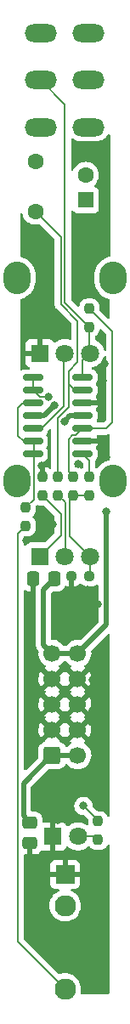
<source format=gbr>
%TF.GenerationSoftware,KiCad,Pcbnew,6.0.11+dfsg-1~bpo11+1*%
%TF.CreationDate,2023-03-01T11:09:29+08:00*%
%TF.ProjectId,MiniLFO v1.0 - Main,4d696e69-4c46-44f2-9076-312e30202d20,rev?*%
%TF.SameCoordinates,Original*%
%TF.FileFunction,Copper,L2,Bot*%
%TF.FilePolarity,Positive*%
%FSLAX46Y46*%
G04 Gerber Fmt 4.6, Leading zero omitted, Abs format (unit mm)*
G04 Created by KiCad (PCBNEW 6.0.11+dfsg-1~bpo11+1) date 2023-03-01 11:09:29*
%MOMM*%
%LPD*%
G01*
G04 APERTURE LIST*
G04 Aperture macros list*
%AMRoundRect*
0 Rectangle with rounded corners*
0 $1 Rounding radius*
0 $2 $3 $4 $5 $6 $7 $8 $9 X,Y pos of 4 corners*
0 Add a 4 corners polygon primitive as box body*
4,1,4,$2,$3,$4,$5,$6,$7,$8,$9,$2,$3,0*
0 Add four circle primitives for the rounded corners*
1,1,$1+$1,$2,$3*
1,1,$1+$1,$4,$5*
1,1,$1+$1,$6,$7*
1,1,$1+$1,$8,$9*
0 Add four rect primitives between the rounded corners*
20,1,$1+$1,$2,$3,$4,$5,0*
20,1,$1+$1,$4,$5,$6,$7,0*
20,1,$1+$1,$6,$7,$8,$9,0*
20,1,$1+$1,$8,$9,$2,$3,0*%
G04 Aperture macros list end*
%TA.AperFunction,ComponentPad*%
%ADD10O,2.720000X3.240000*%
%TD*%
%TA.AperFunction,ComponentPad*%
%ADD11R,1.800000X1.800000*%
%TD*%
%TA.AperFunction,ComponentPad*%
%ADD12C,1.800000*%
%TD*%
%TA.AperFunction,ComponentPad*%
%ADD13R,1.930000X1.830000*%
%TD*%
%TA.AperFunction,ComponentPad*%
%ADD14C,2.130000*%
%TD*%
%TA.AperFunction,ComponentPad*%
%ADD15O,3.200000X1.800000*%
%TD*%
%TA.AperFunction,SMDPad,CuDef*%
%ADD16RoundRect,0.250000X0.337500X0.475000X-0.337500X0.475000X-0.337500X-0.475000X0.337500X-0.475000X0*%
%TD*%
%TA.AperFunction,ComponentPad*%
%ADD17R,1.600000X1.600000*%
%TD*%
%TA.AperFunction,ComponentPad*%
%ADD18C,1.600000*%
%TD*%
%TA.AperFunction,SMDPad,CuDef*%
%ADD19RoundRect,0.237500X-0.237500X0.250000X-0.237500X-0.250000X0.237500X-0.250000X0.237500X0.250000X0*%
%TD*%
%TA.AperFunction,SMDPad,CuDef*%
%ADD20RoundRect,0.237500X0.237500X-0.250000X0.237500X0.250000X-0.237500X0.250000X-0.237500X-0.250000X0*%
%TD*%
%TA.AperFunction,SMDPad,CuDef*%
%ADD21RoundRect,0.150000X0.825000X0.150000X-0.825000X0.150000X-0.825000X-0.150000X0.825000X-0.150000X0*%
%TD*%
%TA.AperFunction,SMDPad,CuDef*%
%ADD22RoundRect,0.237500X-0.250000X-0.237500X0.250000X-0.237500X0.250000X0.237500X-0.250000X0.237500X0*%
%TD*%
%TA.AperFunction,SMDPad,CuDef*%
%ADD23RoundRect,0.250000X0.475000X-0.337500X0.475000X0.337500X-0.475000X0.337500X-0.475000X-0.337500X0*%
%TD*%
%TA.AperFunction,ComponentPad*%
%ADD24RoundRect,0.250000X-0.600000X-0.600000X0.600000X-0.600000X0.600000X0.600000X-0.600000X0.600000X0*%
%TD*%
%TA.AperFunction,ComponentPad*%
%ADD25C,1.700000*%
%TD*%
%TA.AperFunction,ViaPad*%
%ADD26C,0.800000*%
%TD*%
%TA.AperFunction,Conductor*%
%ADD27C,0.200000*%
%TD*%
%TA.AperFunction,Conductor*%
%ADD28C,0.500000*%
%TD*%
G04 APERTURE END LIST*
D10*
%TO.P,TIME1,*%
%TO.N,*%
X160400000Y-111000000D03*
X170000000Y-111000000D03*
D11*
%TO.P,TIME1,1,1*%
%TO.N,Net-(R1-Pad1)*%
X162700000Y-118500000D03*
D12*
%TO.P,TIME1,2,2*%
%TO.N,Net-(R2-Pad1)*%
X165200000Y-118500000D03*
%TO.P,TIME1,3,3*%
%TO.N,Net-(R4-Pad2)*%
X167700000Y-118500000D03*
%TD*%
D10*
%TO.P,RANGE1,*%
%TO.N,*%
X160400000Y-90750000D03*
X170000000Y-90750000D03*
D11*
%TO.P,RANGE1,1,1*%
%TO.N,GND*%
X162700000Y-98250000D03*
D12*
%TO.P,RANGE1,2,2*%
%TO.N,Net-(RANGE1-Pad2)*%
X165200000Y-98250000D03*
%TO.P,RANGE1,3,3*%
%TO.N,TRI*%
X167700000Y-98250000D03*
%TD*%
D13*
%TO.P,TRI_OUT1,S*%
%TO.N,GND*%
X165220000Y-150190000D03*
D14*
%TO.P,TRI_OUT1,T*%
%TO.N,Net-(R7-Pad1)*%
X165220000Y-161590000D03*
%TO.P,TRI_OUT1,TN*%
%TO.N,unconnected-(TRI_OUT1-PadTN)*%
X165220000Y-153290000D03*
%TD*%
D15*
%TO.P,RANGE_SW1,1,A*%
%TO.N,Net-(C1-Pad2)*%
X162773000Y-66340000D03*
%TO.P,RANGE_SW1,2,B*%
%TO.N,TRI*%
X162773000Y-71040000D03*
%TO.P,RANGE_SW1,3,C*%
%TO.N,Net-(C2-Pad2)*%
X162773000Y-75740000D03*
%TO.P,RANGE_SW1,4*%
%TO.N,N/C*%
X167573000Y-66340000D03*
%TO.P,RANGE_SW1,5*%
X167573000Y-71040000D03*
%TO.P,RANGE_SW1,6*%
X167573000Y-75740000D03*
%TD*%
D11*
%TO.P,D1,1,KA*%
%TO.N,GND*%
X163943000Y-146390000D03*
D12*
%TO.P,D1,2,AK*%
%TO.N,Net-(D1-Pad2)*%
X166483000Y-146390000D03*
%TD*%
D16*
%TO.P,C3,1*%
%TO.N,+12V*%
X164137500Y-120750000D03*
%TO.P,C3,2*%
%TO.N,GND*%
X162062500Y-120750000D03*
%TD*%
D17*
%TO.P,C1,1*%
%TO.N,Net-(C1-Pad1)*%
X167273000Y-82993113D03*
D18*
%TO.P,C1,2*%
%TO.N,Net-(C1-Pad2)*%
X167273000Y-80493113D03*
%TD*%
D19*
%TO.P,R4,1*%
%TO.N,Net-(R3-Pad2)*%
X166050000Y-110587500D03*
%TO.P,R4,2*%
%TO.N,Net-(R4-Pad2)*%
X166050000Y-112412500D03*
%TD*%
D20*
%TO.P,R2,1*%
%TO.N,Net-(R2-Pad1)*%
X164500000Y-112412500D03*
%TO.P,R2,2*%
%TO.N,Net-(C1-Pad1)*%
X164500000Y-110587500D03*
%TD*%
%TO.P,R3,1*%
%TO.N,TRI*%
X167625000Y-95637500D03*
%TO.P,R3,2*%
%TO.N,Net-(R3-Pad2)*%
X167625000Y-93812500D03*
%TD*%
D21*
%TO.P,U1,1*%
%TO.N,TRI*%
X166965000Y-100680000D03*
%TO.P,U1,2,-*%
%TO.N,Net-(C1-Pad1)*%
X166965000Y-101950000D03*
%TO.P,U1,3,+*%
%TO.N,GND*%
X166965000Y-103220000D03*
%TO.P,U1,4,V+*%
%TO.N,+12V*%
X166965000Y-104490000D03*
%TO.P,U1,5,+*%
%TO.N,Net-(R3-Pad2)*%
X166965000Y-105760000D03*
%TO.P,U1,6,-*%
%TO.N,GND*%
X166965000Y-107030000D03*
%TO.P,U1,7*%
%TO.N,SQR*%
X166965000Y-108300000D03*
%TO.P,U1,8*%
%TO.N,Net-(R7-Pad2)*%
X162015000Y-108300000D03*
%TO.P,U1,9,-*%
X162015000Y-107030000D03*
%TO.P,U1,10,+*%
%TO.N,Net-(RANGE1-Pad2)*%
X162015000Y-105760000D03*
%TO.P,U1,11,V-*%
%TO.N,-12V*%
X162015000Y-104490000D03*
%TO.P,U1,12,+*%
%TO.N,Net-(R7-Pad2)*%
X162015000Y-103220000D03*
%TO.P,U1,13,-*%
%TO.N,Net-(R8-Pad2)*%
X162015000Y-101950000D03*
%TO.P,U1,14*%
X162015000Y-100680000D03*
%TD*%
D22*
%TO.P,R6,1*%
%TO.N,GND*%
X165837500Y-120500000D03*
%TO.P,R6,2*%
%TO.N,Net-(R4-Pad2)*%
X167662500Y-120500000D03*
%TD*%
D23*
%TO.P,C6,1*%
%TO.N,GND*%
X161700000Y-147087500D03*
%TO.P,C6,2*%
%TO.N,-12V*%
X161700000Y-145012500D03*
%TD*%
D19*
%TO.P,R5,1*%
%TO.N,SQR*%
X167600000Y-110587500D03*
%TO.P,R5,2*%
%TO.N,Net-(R4-Pad2)*%
X167600000Y-112412500D03*
%TD*%
D20*
%TO.P,R8,1*%
%TO.N,Net-(D1-Pad2)*%
X168500000Y-146712500D03*
%TO.P,R8,2*%
%TO.N,Net-(R8-Pad2)*%
X168500000Y-144887500D03*
%TD*%
D18*
%TO.P,C2,1*%
%TO.N,Net-(C1-Pad1)*%
X162270000Y-84140000D03*
%TO.P,C2,2*%
%TO.N,Net-(C2-Pad2)*%
X162270000Y-79140000D03*
%TD*%
D20*
%TO.P,R1,1*%
%TO.N,Net-(R1-Pad1)*%
X162950000Y-112412500D03*
%TO.P,R1,2*%
%TO.N,GND*%
X162950000Y-110587500D03*
%TD*%
%TO.P,R7,1*%
%TO.N,Net-(R7-Pad1)*%
X161300000Y-115462500D03*
%TO.P,R7,2*%
%TO.N,Net-(R7-Pad2)*%
X161300000Y-113637500D03*
%TD*%
D24*
%TO.P,J1,1,Pin_1*%
%TO.N,-12V*%
X163930000Y-138330000D03*
D25*
%TO.P,J1,2,Pin_2*%
X166470000Y-138330000D03*
%TO.P,J1,3,Pin_3*%
%TO.N,GND*%
X163930000Y-135790000D03*
%TO.P,J1,4,Pin_4*%
X166470000Y-135790000D03*
%TO.P,J1,5,Pin_5*%
X163930000Y-133250000D03*
%TO.P,J1,6,Pin_6*%
X166470000Y-133250000D03*
%TO.P,J1,7,Pin_7*%
X163930000Y-130710000D03*
%TO.P,J1,8,Pin_8*%
X166470000Y-130710000D03*
%TO.P,J1,9,Pin_9*%
%TO.N,+12V*%
X163930000Y-128170000D03*
%TO.P,J1,10,Pin_10*%
X166470000Y-128170000D03*
%TD*%
D26*
%TO.N,+12V*%
X165160000Y-105030000D03*
X169330797Y-114069203D03*
%TO.N,-12V*%
X164170422Y-103476111D03*
%TO.N,GND*%
X168445330Y-123233914D03*
X168350000Y-152410000D03*
X163260000Y-94920000D03*
X163010000Y-87580000D03*
X168110000Y-132210000D03*
X162860000Y-90450000D03*
X162040000Y-129670000D03*
X166080000Y-141290000D03*
X162010000Y-134920000D03*
X164480000Y-123600000D03*
X162200000Y-152560000D03*
X162910000Y-114250000D03*
X169160000Y-99260000D03*
X165790000Y-144470000D03*
X161890000Y-133690000D03*
X164210000Y-156950000D03*
X168820000Y-138460000D03*
X162891498Y-109420000D03*
X168080000Y-155900000D03*
X162280000Y-155030000D03*
X169290000Y-108590000D03*
X165090000Y-122560000D03*
X167280000Y-125490000D03*
X168890000Y-96560000D03*
X166450000Y-87490000D03*
X161860000Y-131080000D03*
X165550000Y-126150000D03*
X167600000Y-157470000D03*
X161950000Y-95590000D03*
X161320000Y-116920000D03*
X164020000Y-115310000D03*
X161700000Y-86430000D03*
X163930000Y-142670000D03*
X162900000Y-92630000D03*
X161730000Y-87870000D03*
X162100000Y-137360000D03*
X168070000Y-88180000D03*
X168380000Y-142420000D03*
X161750000Y-125800000D03*
X162740000Y-143449500D03*
X168990000Y-101000000D03*
X167940000Y-130820000D03*
X167800000Y-140410000D03*
X168520000Y-154310000D03*
X167090000Y-85030000D03*
X166080000Y-158660000D03*
X162560000Y-116410000D03*
X167080000Y-150840000D03*
X168720000Y-141320000D03*
X167990000Y-133850000D03*
X161750000Y-124060000D03*
X167450000Y-121850000D03*
X166579027Y-140319474D03*
X167130000Y-92030000D03*
X161800000Y-136300000D03*
X162590000Y-149720000D03*
X167890000Y-134990000D03*
X169020000Y-107100000D03*
X164466779Y-144756779D03*
X161900000Y-132380000D03*
X164530500Y-95890000D03*
X162520000Y-141340000D03*
X166560000Y-109270000D03*
X168480000Y-84970000D03*
X168080000Y-128840000D03*
X161810000Y-151160000D03*
X167990000Y-160740000D03*
X162050000Y-93640000D03*
X166500000Y-89920000D03*
X168810000Y-86840000D03*
X167304372Y-124374872D03*
X168520000Y-149070000D03*
X165130000Y-156710000D03*
X168770000Y-158350000D03*
X161690000Y-122580000D03*
%TO.N,Net-(R8-Pad2)*%
X163590000Y-102620000D03*
X167050000Y-143350000D03*
%TD*%
D27*
%TO.N,TRI*%
X167623000Y-95639500D02*
X167623000Y-98250000D01*
X166965000Y-98908000D02*
X166965000Y-100680000D01*
X165200000Y-93212500D02*
X167625000Y-95637500D01*
X167623000Y-98250000D02*
X166965000Y-98908000D01*
X165200000Y-73467000D02*
X165200000Y-93212500D01*
X162773000Y-71040000D02*
X165200000Y-73467000D01*
X167625000Y-95637500D02*
X167623000Y-95639500D01*
D28*
%TO.N,+12V*%
X164137500Y-120750000D02*
X163080000Y-121807500D01*
X163080000Y-127320000D02*
X163930000Y-128170000D01*
X163930000Y-128170000D02*
X166470000Y-128170000D01*
X163080000Y-121807500D02*
X163080000Y-127320000D01*
X169330797Y-125309203D02*
X169330797Y-114069203D01*
X165690000Y-104500000D02*
X165160000Y-105030000D01*
X166960000Y-104500000D02*
X165690000Y-104500000D01*
X166470000Y-128170000D02*
X169330797Y-125309203D01*
%TO.N,-12V*%
X162015000Y-104490000D02*
X163156533Y-104490000D01*
X166470000Y-138330000D02*
X163930000Y-138330000D01*
X163845000Y-138330000D02*
X161060000Y-141115000D01*
X161060000Y-141115000D02*
X161060000Y-144372500D01*
X161060000Y-144372500D02*
X161700000Y-145012500D01*
X163930000Y-138330000D02*
X163845000Y-138330000D01*
X163156533Y-104490000D02*
X164170422Y-103476111D01*
D27*
%TO.N,Net-(D1-Pad2)*%
X168500000Y-146712500D02*
X168177500Y-146390000D01*
X168177500Y-146390000D02*
X166483000Y-146390000D01*
%TO.N,Net-(R7-Pad1)*%
X161300000Y-115462500D02*
X160510000Y-116252500D01*
X160510000Y-156880000D02*
X165220000Y-161590000D01*
X160510000Y-116252500D02*
X160510000Y-156880000D01*
%TO.N,Net-(C1-Pad1)*%
X164460500Y-104740257D02*
X164460500Y-110548000D01*
X162270000Y-84140000D02*
X164800000Y-86670000D01*
X164800000Y-86670000D02*
X164800000Y-93377480D01*
X165560000Y-103640757D02*
X164460500Y-104740257D01*
X166180000Y-101950000D02*
X165560000Y-101330000D01*
X165560000Y-101330000D02*
X165560000Y-103640757D01*
X166450000Y-95027480D02*
X166450000Y-99140000D01*
X164460500Y-110548000D02*
X164500000Y-110587500D01*
X166450000Y-99140000D02*
X165560000Y-100030000D01*
X164800000Y-93377480D02*
X166450000Y-95027480D01*
X166965000Y-101950000D02*
X166180000Y-101950000D01*
X165560000Y-100030000D02*
X165560000Y-101330000D01*
%TO.N,Net-(R1-Pad1)*%
X164790000Y-114252500D02*
X164790000Y-116398000D01*
X162950000Y-112412500D02*
X164790000Y-114252500D01*
X164790000Y-116398000D02*
X162673000Y-118515000D01*
%TO.N,Net-(R2-Pad1)*%
X164500000Y-112412500D02*
X165230000Y-113142500D01*
X165230000Y-113142500D02*
X165230000Y-118458000D01*
X165230000Y-118458000D02*
X165173000Y-118515000D01*
%TO.N,Net-(R3-Pad2)*%
X169925000Y-105125000D02*
X169280000Y-105770000D01*
X165550000Y-106833604D02*
X165550000Y-110087500D01*
X166295000Y-106430000D02*
X165953604Y-106430000D01*
X166965000Y-105760000D02*
X166295000Y-106430000D01*
X169925000Y-96112500D02*
X169925000Y-105125000D01*
X167625000Y-93812500D02*
X169925000Y-96112500D01*
X165550000Y-110087500D02*
X166050000Y-110587500D01*
X166975000Y-105770000D02*
X166965000Y-105760000D01*
X169280000Y-105770000D02*
X166975000Y-105770000D01*
X165953604Y-106430000D02*
X165550000Y-106833604D01*
%TO.N,Net-(R4-Pad2)*%
X165670000Y-112792500D02*
X165670000Y-116512000D01*
X167673000Y-120489500D02*
X167662500Y-120500000D01*
X165670000Y-116512000D02*
X167673000Y-118515000D01*
X167673000Y-118515000D02*
X167673000Y-120489500D01*
X166050000Y-112412500D02*
X167600000Y-112412500D01*
X166050000Y-112412500D02*
X165670000Y-112792500D01*
%TO.N,SQR*%
X166965000Y-108300000D02*
X167600000Y-108935000D01*
X167600000Y-108935000D02*
X167600000Y-110587500D01*
%TO.N,Net-(R7-Pad2)*%
X162100000Y-107040000D02*
X161070000Y-107040000D01*
X161300000Y-113637500D02*
X162100000Y-112837500D01*
X161070000Y-107040000D02*
X160520000Y-106490000D01*
X160520000Y-103730000D02*
X161030000Y-103220000D01*
X161030000Y-103220000D02*
X162015000Y-103220000D01*
X162100000Y-112837500D02*
X162100000Y-107040000D01*
X160520000Y-106490000D02*
X160520000Y-103730000D01*
%TO.N,Net-(R8-Pad2)*%
X163590000Y-102620000D02*
X162685000Y-102620000D01*
X167050000Y-143350000D02*
X168500000Y-144800000D01*
X162015000Y-100680000D02*
X162015000Y-101950000D01*
X168500000Y-144800000D02*
X168500000Y-144887500D01*
X162685000Y-102620000D02*
X162015000Y-101950000D01*
%TO.N,Net-(RANGE1-Pad2)*%
X165123000Y-103512777D02*
X162875777Y-105760000D01*
X165123000Y-98250000D02*
X165123000Y-103512777D01*
X162875777Y-105760000D02*
X162015000Y-105760000D01*
%TD*%
%TA.AperFunction,Conductor*%
%TO.N,GND*%
G36*
X162258621Y-120516002D02*
G01*
X162305114Y-120569658D01*
X162316500Y-120622000D01*
X162316500Y-121965254D01*
X162321500Y-122000028D01*
X162321500Y-127252930D01*
X162320067Y-127271880D01*
X162316801Y-127293349D01*
X162317394Y-127300641D01*
X162317394Y-127300644D01*
X162321085Y-127346018D01*
X162321500Y-127356233D01*
X162321500Y-127364293D01*
X162321925Y-127367937D01*
X162324789Y-127392507D01*
X162325222Y-127396882D01*
X162331140Y-127469637D01*
X162333396Y-127476601D01*
X162334587Y-127482560D01*
X162335971Y-127488415D01*
X162336818Y-127495681D01*
X162361735Y-127564327D01*
X162363152Y-127568455D01*
X162385649Y-127637899D01*
X162389445Y-127644154D01*
X162391951Y-127649628D01*
X162394670Y-127655058D01*
X162397167Y-127661937D01*
X162401180Y-127668057D01*
X162401180Y-127668058D01*
X162437186Y-127722976D01*
X162439523Y-127726680D01*
X162477405Y-127789107D01*
X162481121Y-127793315D01*
X162481122Y-127793316D01*
X162484803Y-127797484D01*
X162484776Y-127797508D01*
X162487429Y-127800500D01*
X162490132Y-127803733D01*
X162494144Y-127809852D01*
X162546991Y-127859915D01*
X162582688Y-127921282D01*
X162585624Y-127964773D01*
X162567251Y-128136695D01*
X162567548Y-128141848D01*
X162567548Y-128141851D01*
X162573011Y-128236590D01*
X162580110Y-128359715D01*
X162581247Y-128364761D01*
X162581248Y-128364767D01*
X162601119Y-128452939D01*
X162629222Y-128577639D01*
X162713266Y-128784616D01*
X162829987Y-128975088D01*
X162976250Y-129143938D01*
X163148126Y-129286632D01*
X163221955Y-129329774D01*
X163270679Y-129381412D01*
X163283750Y-129451195D01*
X163257019Y-129516967D01*
X163216562Y-129550327D01*
X163208460Y-129554544D01*
X163199734Y-129560039D01*
X163179677Y-129575099D01*
X163171223Y-129586427D01*
X163177968Y-129598758D01*
X163917188Y-130337978D01*
X163931132Y-130345592D01*
X163932965Y-130345461D01*
X163939580Y-130341210D01*
X164683389Y-129597401D01*
X164690410Y-129584544D01*
X164683611Y-129575213D01*
X164679559Y-129572521D01*
X164642602Y-129552120D01*
X164592631Y-129501687D01*
X164577859Y-129432245D01*
X164602975Y-129365839D01*
X164630327Y-129339232D01*
X164653797Y-129322491D01*
X164809860Y-129211173D01*
X164968096Y-129053489D01*
X165020203Y-128980974D01*
X165076198Y-128937326D01*
X165122526Y-128928500D01*
X165272491Y-128928500D01*
X165340612Y-128948502D01*
X165369402Y-128975595D01*
X165369987Y-128975088D01*
X165516250Y-129143938D01*
X165688126Y-129286632D01*
X165761955Y-129329774D01*
X165810679Y-129381412D01*
X165823750Y-129451195D01*
X165797019Y-129516967D01*
X165756562Y-129550327D01*
X165748460Y-129554544D01*
X165739734Y-129560039D01*
X165719677Y-129575099D01*
X165711223Y-129586427D01*
X165717968Y-129598758D01*
X166457188Y-130337978D01*
X166471132Y-130345592D01*
X166472965Y-130345461D01*
X166479580Y-130341210D01*
X167223389Y-129597401D01*
X167230410Y-129584544D01*
X167223611Y-129575213D01*
X167219559Y-129572521D01*
X167182602Y-129552120D01*
X167132631Y-129501687D01*
X167117859Y-129432245D01*
X167142975Y-129365839D01*
X167170327Y-129339232D01*
X167193797Y-129322491D01*
X167349860Y-129211173D01*
X167508096Y-129053489D01*
X167567594Y-128970689D01*
X167635435Y-128876277D01*
X167638453Y-128872077D01*
X167737430Y-128671811D01*
X167802370Y-128458069D01*
X167831529Y-128236590D01*
X167833156Y-128170000D01*
X167815870Y-127959747D01*
X167830223Y-127890219D01*
X167852351Y-127860330D01*
X169464245Y-126248436D01*
X169526557Y-126214410D01*
X169597372Y-126219475D01*
X169654208Y-126262022D01*
X169679019Y-126328542D01*
X169679340Y-126337592D01*
X169670620Y-144301385D01*
X169650585Y-144369496D01*
X169596907Y-144415963D01*
X169526628Y-144426033D01*
X169462061Y-144396508D01*
X169425096Y-144341199D01*
X169419973Y-144325843D01*
X169419972Y-144325841D01*
X169417654Y-144318893D01*
X169326116Y-144170969D01*
X169320934Y-144165796D01*
X169208184Y-144053242D01*
X169208179Y-144053238D01*
X169203003Y-144048071D01*
X169097252Y-143982885D01*
X169061150Y-143960631D01*
X169061148Y-143960630D01*
X169054920Y-143956791D01*
X168889809Y-143902026D01*
X168882973Y-143901326D01*
X168882970Y-143901325D01*
X168831474Y-143896049D01*
X168787072Y-143891500D01*
X168504239Y-143891500D01*
X168436118Y-143871498D01*
X168415144Y-143854595D01*
X167999719Y-143439170D01*
X167965693Y-143376858D01*
X167963159Y-143353284D01*
X167963504Y-143350000D01*
X167943542Y-143160072D01*
X167884527Y-142978444D01*
X167789040Y-142813056D01*
X167661253Y-142671134D01*
X167506752Y-142558882D01*
X167500724Y-142556198D01*
X167500722Y-142556197D01*
X167338319Y-142483891D01*
X167338318Y-142483891D01*
X167332288Y-142481206D01*
X167238887Y-142461353D01*
X167151944Y-142442872D01*
X167151939Y-142442872D01*
X167145487Y-142441500D01*
X166954513Y-142441500D01*
X166948061Y-142442872D01*
X166948056Y-142442872D01*
X166861113Y-142461353D01*
X166767712Y-142481206D01*
X166761682Y-142483891D01*
X166761681Y-142483891D01*
X166599278Y-142556197D01*
X166599276Y-142556198D01*
X166593248Y-142558882D01*
X166438747Y-142671134D01*
X166310960Y-142813056D01*
X166215473Y-142978444D01*
X166156458Y-143160072D01*
X166136496Y-143350000D01*
X166156458Y-143539928D01*
X166215473Y-143721556D01*
X166310960Y-143886944D01*
X166315378Y-143891851D01*
X166315379Y-143891852D01*
X166400803Y-143986725D01*
X166438747Y-144028866D01*
X166593248Y-144141118D01*
X166599276Y-144143802D01*
X166599278Y-144143803D01*
X166761681Y-144216109D01*
X166767712Y-144218794D01*
X166861112Y-144238647D01*
X166948056Y-144257128D01*
X166948061Y-144257128D01*
X166954513Y-144258500D01*
X167045761Y-144258500D01*
X167113882Y-144278502D01*
X167134856Y-144295405D01*
X167479595Y-144640144D01*
X167513621Y-144702456D01*
X167516500Y-144729239D01*
X167516500Y-145151271D01*
X167496498Y-145219392D01*
X167442842Y-145265885D01*
X167372568Y-145275989D01*
X167312408Y-145250153D01*
X167269177Y-145216012D01*
X167265123Y-145212810D01*
X167260607Y-145210317D01*
X167260604Y-145210315D01*
X167066879Y-145103373D01*
X167066875Y-145103371D01*
X167062355Y-145100876D01*
X167057486Y-145099152D01*
X167057482Y-145099150D01*
X166848903Y-145025288D01*
X166848899Y-145025287D01*
X166844028Y-145023562D01*
X166838935Y-145022655D01*
X166838932Y-145022654D01*
X166621095Y-144983851D01*
X166621089Y-144983850D01*
X166616006Y-144982945D01*
X166538644Y-144982000D01*
X166389581Y-144980179D01*
X166389579Y-144980179D01*
X166384411Y-144980116D01*
X166155464Y-145015150D01*
X165935314Y-145087106D01*
X165930726Y-145089494D01*
X165930722Y-145089496D01*
X165743280Y-145187072D01*
X165729872Y-145194052D01*
X165725739Y-145197155D01*
X165725736Y-145197157D01*
X165548790Y-145330012D01*
X165544655Y-145333117D01*
X165541083Y-145336855D01*
X165526787Y-145351815D01*
X165465263Y-145387245D01*
X165394351Y-145383788D01*
X165336564Y-145342543D01*
X165317711Y-145308994D01*
X165296324Y-145251946D01*
X165287786Y-145236351D01*
X165211285Y-145134276D01*
X165198724Y-145121715D01*
X165096649Y-145045214D01*
X165081054Y-145036676D01*
X164960606Y-144991522D01*
X164945351Y-144987895D01*
X164894486Y-144982369D01*
X164887672Y-144982000D01*
X164215115Y-144982000D01*
X164199876Y-144986475D01*
X164198671Y-144987865D01*
X164197000Y-144995548D01*
X164197000Y-147779884D01*
X164201475Y-147795123D01*
X164202865Y-147796328D01*
X164210548Y-147797999D01*
X164887669Y-147797999D01*
X164894490Y-147797629D01*
X164945352Y-147792105D01*
X164960604Y-147788479D01*
X165081054Y-147743324D01*
X165096649Y-147734786D01*
X165198724Y-147658285D01*
X165211285Y-147645724D01*
X165287786Y-147543649D01*
X165296324Y-147528054D01*
X165317773Y-147470840D01*
X165360415Y-147414075D01*
X165426977Y-147389376D01*
X165496325Y-147404584D01*
X165516240Y-147418126D01*
X165534378Y-147433184D01*
X165672349Y-147547730D01*
X165872322Y-147664584D01*
X166088694Y-147747209D01*
X166093760Y-147748240D01*
X166093761Y-147748240D01*
X166146846Y-147759040D01*
X166315656Y-147793385D01*
X166446324Y-147798176D01*
X166541949Y-147801683D01*
X166541953Y-147801683D01*
X166547113Y-147801872D01*
X166552233Y-147801216D01*
X166552235Y-147801216D01*
X166625270Y-147791860D01*
X166776847Y-147772442D01*
X166781795Y-147770957D01*
X166781802Y-147770956D01*
X166993747Y-147707369D01*
X166998690Y-147705886D01*
X167013932Y-147698419D01*
X167202049Y-147606262D01*
X167202052Y-147606260D01*
X167206684Y-147603991D01*
X167395243Y-147469494D01*
X167470581Y-147394418D01*
X167532952Y-147360502D01*
X167603759Y-147365690D01*
X167660521Y-147408336D01*
X167666663Y-147417363D01*
X167670028Y-147422801D01*
X167670031Y-147422805D01*
X167673884Y-147429031D01*
X167679066Y-147434204D01*
X167791816Y-147546758D01*
X167791821Y-147546762D01*
X167796997Y-147551929D01*
X167945080Y-147643209D01*
X168110191Y-147697974D01*
X168117027Y-147698674D01*
X168117030Y-147698675D01*
X168168526Y-147703951D01*
X168212928Y-147708500D01*
X168787072Y-147708500D01*
X168790318Y-147708163D01*
X168790322Y-147708163D01*
X168884235Y-147698419D01*
X168884239Y-147698418D01*
X168891093Y-147697707D01*
X168897629Y-147695526D01*
X168897631Y-147695526D01*
X169046905Y-147645724D01*
X169056107Y-147642654D01*
X169204031Y-147551116D01*
X169284167Y-147470840D01*
X169321758Y-147433184D01*
X169321762Y-147433179D01*
X169326929Y-147428003D01*
X169333488Y-147417363D01*
X169414369Y-147286150D01*
X169414370Y-147286148D01*
X169418209Y-147279920D01*
X169420515Y-147272969D01*
X169423571Y-147263756D01*
X169464002Y-147205397D01*
X169529567Y-147178161D01*
X169599448Y-147190695D01*
X169651459Y-147239021D01*
X169669163Y-147303485D01*
X169665637Y-154566925D01*
X169662046Y-161964061D01*
X169642011Y-162032172D01*
X169588333Y-162078639D01*
X169536046Y-162090000D01*
X166878003Y-162090000D01*
X166809882Y-162069998D01*
X166763389Y-162016342D01*
X166753285Y-161946068D01*
X166755484Y-161934586D01*
X166777779Y-161841724D01*
X166777780Y-161841718D01*
X166778934Y-161836911D01*
X166798366Y-161590000D01*
X166778934Y-161343089D01*
X166777780Y-161338282D01*
X166777779Y-161338276D01*
X166722270Y-161107070D01*
X166721115Y-161102258D01*
X166719219Y-161097680D01*
X166628229Y-160878011D01*
X166628227Y-160878007D01*
X166626334Y-160873437D01*
X166496925Y-160662260D01*
X166336073Y-160473927D01*
X166147740Y-160313075D01*
X165936563Y-160183666D01*
X165931993Y-160181773D01*
X165931989Y-160181771D01*
X165712315Y-160090779D01*
X165712313Y-160090778D01*
X165707742Y-160088885D01*
X165622830Y-160068499D01*
X165471724Y-160032221D01*
X165471718Y-160032220D01*
X165466911Y-160031066D01*
X165220000Y-160011634D01*
X164973089Y-160031066D01*
X164968282Y-160032220D01*
X164968276Y-160032221D01*
X164817170Y-160068499D01*
X164732258Y-160088885D01*
X164727683Y-160090780D01*
X164727680Y-160090781D01*
X164701975Y-160101428D01*
X164631386Y-160109017D01*
X164564663Y-160074114D01*
X161155405Y-156664856D01*
X161121379Y-156602544D01*
X161118500Y-156575761D01*
X161118500Y-153290000D01*
X163641634Y-153290000D01*
X163661066Y-153536911D01*
X163662220Y-153541718D01*
X163662221Y-153541724D01*
X163698499Y-153692830D01*
X163718885Y-153777742D01*
X163813666Y-154006563D01*
X163943075Y-154217740D01*
X164103927Y-154406073D01*
X164292260Y-154566925D01*
X164503437Y-154696334D01*
X164508007Y-154698227D01*
X164508011Y-154698229D01*
X164727685Y-154789221D01*
X164732258Y-154791115D01*
X164817170Y-154811501D01*
X164968276Y-154847779D01*
X164968282Y-154847780D01*
X164973089Y-154848934D01*
X165220000Y-154868366D01*
X165466911Y-154848934D01*
X165471718Y-154847780D01*
X165471724Y-154847779D01*
X165622830Y-154811501D01*
X165707742Y-154791115D01*
X165712315Y-154789221D01*
X165931989Y-154698229D01*
X165931993Y-154698227D01*
X165936563Y-154696334D01*
X166147740Y-154566925D01*
X166336073Y-154406073D01*
X166496925Y-154217740D01*
X166626334Y-154006563D01*
X166721115Y-153777742D01*
X166741501Y-153692830D01*
X166777779Y-153541724D01*
X166777780Y-153541718D01*
X166778934Y-153536911D01*
X166798366Y-153290000D01*
X166778934Y-153043089D01*
X166777780Y-153038282D01*
X166777779Y-153038276D01*
X166722270Y-152807070D01*
X166721115Y-152802258D01*
X166626334Y-152573437D01*
X166496925Y-152362260D01*
X166336073Y-152173927D01*
X166147740Y-152013075D01*
X165936563Y-151883666D01*
X165868342Y-151855408D01*
X165813062Y-151810859D01*
X165790641Y-151743496D01*
X165808199Y-151674705D01*
X165860162Y-151626326D01*
X165916561Y-151612999D01*
X166229669Y-151612999D01*
X166236490Y-151612629D01*
X166287352Y-151607105D01*
X166302604Y-151603479D01*
X166423054Y-151558324D01*
X166438649Y-151549786D01*
X166540724Y-151473285D01*
X166553285Y-151460724D01*
X166629786Y-151358649D01*
X166638324Y-151343054D01*
X166683478Y-151222606D01*
X166687105Y-151207351D01*
X166692631Y-151156486D01*
X166693000Y-151149672D01*
X166693000Y-150462115D01*
X166688525Y-150446876D01*
X166687135Y-150445671D01*
X166679452Y-150444000D01*
X163765116Y-150444000D01*
X163749877Y-150448475D01*
X163748672Y-150449865D01*
X163747001Y-150457548D01*
X163747001Y-151149669D01*
X163747371Y-151156490D01*
X163752895Y-151207352D01*
X163756521Y-151222604D01*
X163801676Y-151343054D01*
X163810214Y-151358649D01*
X163886715Y-151460724D01*
X163899276Y-151473285D01*
X164001351Y-151549786D01*
X164016946Y-151558324D01*
X164137394Y-151603478D01*
X164152649Y-151607105D01*
X164203514Y-151612631D01*
X164210328Y-151613000D01*
X164523438Y-151613000D01*
X164591559Y-151633002D01*
X164638052Y-151686658D01*
X164648156Y-151756932D01*
X164618662Y-151821512D01*
X164571657Y-151855408D01*
X164543360Y-151867129D01*
X164508011Y-151881771D01*
X164508007Y-151881773D01*
X164503437Y-151883666D01*
X164292260Y-152013075D01*
X164103927Y-152173927D01*
X163943075Y-152362260D01*
X163813666Y-152573437D01*
X163718885Y-152802258D01*
X163717730Y-152807070D01*
X163662221Y-153038276D01*
X163662220Y-153038282D01*
X163661066Y-153043089D01*
X163641634Y-153290000D01*
X161118500Y-153290000D01*
X161118500Y-149917885D01*
X163747000Y-149917885D01*
X163751475Y-149933124D01*
X163752865Y-149934329D01*
X163760548Y-149936000D01*
X164947885Y-149936000D01*
X164963124Y-149931525D01*
X164964329Y-149930135D01*
X164966000Y-149922452D01*
X164966000Y-149917885D01*
X165474000Y-149917885D01*
X165478475Y-149933124D01*
X165479865Y-149934329D01*
X165487548Y-149936000D01*
X166674884Y-149936000D01*
X166690123Y-149931525D01*
X166691328Y-149930135D01*
X166692999Y-149922452D01*
X166692999Y-149230331D01*
X166692629Y-149223510D01*
X166687105Y-149172648D01*
X166683479Y-149157396D01*
X166638324Y-149036946D01*
X166629786Y-149021351D01*
X166553285Y-148919276D01*
X166540724Y-148906715D01*
X166438649Y-148830214D01*
X166423054Y-148821676D01*
X166302606Y-148776522D01*
X166287351Y-148772895D01*
X166236486Y-148767369D01*
X166229672Y-148767000D01*
X165492115Y-148767000D01*
X165476876Y-148771475D01*
X165475671Y-148772865D01*
X165474000Y-148780548D01*
X165474000Y-149917885D01*
X164966000Y-149917885D01*
X164966000Y-148785116D01*
X164961525Y-148769877D01*
X164960135Y-148768672D01*
X164952452Y-148767001D01*
X164210331Y-148767001D01*
X164203510Y-148767371D01*
X164152648Y-148772895D01*
X164137396Y-148776521D01*
X164016946Y-148821676D01*
X164001351Y-148830214D01*
X163899276Y-148906715D01*
X163886715Y-148919276D01*
X163810214Y-149021351D01*
X163801676Y-149036946D01*
X163756522Y-149157394D01*
X163752895Y-149172649D01*
X163747369Y-149223514D01*
X163747000Y-149230328D01*
X163747000Y-149917885D01*
X161118500Y-149917885D01*
X161118500Y-148309000D01*
X161138502Y-148240879D01*
X161192158Y-148194386D01*
X161244500Y-148183000D01*
X161427885Y-148183000D01*
X161443124Y-148178525D01*
X161444329Y-148177135D01*
X161446000Y-148169452D01*
X161446000Y-146959500D01*
X161466002Y-146891379D01*
X161519658Y-146844886D01*
X161572000Y-146833500D01*
X161828000Y-146833500D01*
X161896121Y-146853502D01*
X161942614Y-146907158D01*
X161954000Y-146959500D01*
X161954000Y-148164884D01*
X161958475Y-148180123D01*
X161959865Y-148181328D01*
X161967548Y-148182999D01*
X162222095Y-148182999D01*
X162228614Y-148182662D01*
X162324206Y-148172743D01*
X162337600Y-148169851D01*
X162491784Y-148118412D01*
X162504962Y-148112239D01*
X162642807Y-148026937D01*
X162654208Y-148017901D01*
X162768739Y-147903171D01*
X162777749Y-147891763D01*
X162804354Y-147848600D01*
X162857126Y-147801106D01*
X162927198Y-147789682D01*
X162940552Y-147792095D01*
X162991514Y-147797631D01*
X162998328Y-147798000D01*
X163670885Y-147798000D01*
X163686124Y-147793525D01*
X163687329Y-147792135D01*
X163689000Y-147784452D01*
X163689000Y-145000116D01*
X163684525Y-144984877D01*
X163683135Y-144983672D01*
X163675452Y-144982001D01*
X163059500Y-144982001D01*
X162991379Y-144961999D01*
X162944886Y-144908343D01*
X162933500Y-144856001D01*
X162933500Y-144624600D01*
X162922526Y-144518834D01*
X162910874Y-144483907D01*
X162868868Y-144358002D01*
X162866550Y-144351054D01*
X162773478Y-144200652D01*
X162648303Y-144075695D01*
X162497738Y-143982885D01*
X162412120Y-143954487D01*
X162336389Y-143929368D01*
X162336387Y-143929368D01*
X162329861Y-143927203D01*
X162323025Y-143926503D01*
X162323022Y-143926502D01*
X162279969Y-143922091D01*
X162225400Y-143916500D01*
X161944500Y-143916500D01*
X161876379Y-143896498D01*
X161829886Y-143842842D01*
X161818500Y-143790500D01*
X161818500Y-141481371D01*
X161838502Y-141413250D01*
X161855405Y-141392276D01*
X163522276Y-139725405D01*
X163584588Y-139691379D01*
X163611371Y-139688500D01*
X164580400Y-139688500D01*
X164583646Y-139688163D01*
X164583650Y-139688163D01*
X164679308Y-139678238D01*
X164679312Y-139678237D01*
X164686166Y-139677526D01*
X164692702Y-139675345D01*
X164692704Y-139675345D01*
X164846998Y-139623868D01*
X164853946Y-139621550D01*
X165004348Y-139528478D01*
X165129305Y-139403303D01*
X165222115Y-139252738D01*
X165224418Y-139245795D01*
X165226763Y-139240766D01*
X165273680Y-139187481D01*
X165341958Y-139168021D01*
X165409918Y-139188564D01*
X165436194Y-139211520D01*
X165512860Y-139300025D01*
X165516250Y-139303938D01*
X165688126Y-139446632D01*
X165881000Y-139559338D01*
X166089692Y-139639030D01*
X166094760Y-139640061D01*
X166094763Y-139640062D01*
X166202017Y-139661883D01*
X166308597Y-139683567D01*
X166313772Y-139683757D01*
X166313774Y-139683757D01*
X166526673Y-139691564D01*
X166526677Y-139691564D01*
X166531837Y-139691753D01*
X166536957Y-139691097D01*
X166536959Y-139691097D01*
X166748288Y-139664025D01*
X166748289Y-139664025D01*
X166753416Y-139663368D01*
X166758366Y-139661883D01*
X166962429Y-139600661D01*
X166962434Y-139600659D01*
X166967384Y-139599174D01*
X167167994Y-139500896D01*
X167349860Y-139371173D01*
X167508096Y-139213489D01*
X167638453Y-139032077D01*
X167737430Y-138831811D01*
X167802370Y-138618069D01*
X167831529Y-138396590D01*
X167833156Y-138330000D01*
X167814852Y-138107361D01*
X167760431Y-137890702D01*
X167671354Y-137685840D01*
X167550014Y-137498277D01*
X167399670Y-137333051D01*
X167395619Y-137329852D01*
X167395615Y-137329848D01*
X167228414Y-137197800D01*
X167228410Y-137197798D01*
X167224359Y-137194598D01*
X167182569Y-137171529D01*
X167132598Y-137121097D01*
X167117826Y-137051654D01*
X167142942Y-136985248D01*
X167170293Y-136958642D01*
X167219247Y-136923723D01*
X167227648Y-136913023D01*
X167220660Y-136899870D01*
X166482812Y-136162022D01*
X166468868Y-136154408D01*
X166467035Y-136154539D01*
X166460420Y-136158790D01*
X165716737Y-136902473D01*
X165709977Y-136914853D01*
X165715258Y-136921907D01*
X165761969Y-136949203D01*
X165810693Y-137000841D01*
X165823764Y-137070624D01*
X165797033Y-137136396D01*
X165756584Y-137169752D01*
X165743607Y-137176507D01*
X165739474Y-137179610D01*
X165739471Y-137179612D01*
X165569100Y-137307530D01*
X165564965Y-137310635D01*
X165473781Y-137406054D01*
X165431027Y-137450793D01*
X165369503Y-137486223D01*
X165298590Y-137482766D01*
X165240804Y-137441520D01*
X165225833Y-137417194D01*
X165223865Y-137412993D01*
X165221550Y-137406054D01*
X165128478Y-137255652D01*
X165003303Y-137130695D01*
X164910284Y-137073357D01*
X164858968Y-137041725D01*
X164858966Y-137041724D01*
X164852738Y-137037885D01*
X164798974Y-137020052D01*
X164777640Y-137012976D01*
X164719280Y-136972545D01*
X164708729Y-136947146D01*
X164706424Y-136948370D01*
X164680660Y-136899870D01*
X163942812Y-136162022D01*
X163928868Y-136154408D01*
X163927035Y-136154539D01*
X163920420Y-136158790D01*
X163176737Y-136902473D01*
X163153985Y-136944139D01*
X163151777Y-136954287D01*
X163101574Y-137004488D01*
X163081067Y-137013424D01*
X163006054Y-137038450D01*
X162855652Y-137131522D01*
X162850479Y-137136704D01*
X162792686Y-137194598D01*
X162730695Y-137256697D01*
X162726855Y-137262927D01*
X162726854Y-137262928D01*
X162642466Y-137399831D01*
X162637885Y-137407262D01*
X162582203Y-137575139D01*
X162571500Y-137679600D01*
X162571500Y-138478629D01*
X162551498Y-138546750D01*
X162534595Y-138567724D01*
X161333595Y-139768724D01*
X161271283Y-139802750D01*
X161200468Y-139797685D01*
X161143632Y-139755138D01*
X161118821Y-139688618D01*
X161118500Y-139679629D01*
X161118500Y-135761863D01*
X162568050Y-135761863D01*
X162580309Y-135974477D01*
X162581745Y-135984697D01*
X162628565Y-136192446D01*
X162631645Y-136202275D01*
X162711770Y-136399603D01*
X162716413Y-136408794D01*
X162796460Y-136539420D01*
X162806916Y-136548880D01*
X162815694Y-136545096D01*
X163557978Y-135802812D01*
X163564356Y-135791132D01*
X164294408Y-135791132D01*
X164294539Y-135792965D01*
X164298790Y-135799580D01*
X165040474Y-136541264D01*
X165052484Y-136547823D01*
X165064223Y-136538855D01*
X165098022Y-136491819D01*
X165099149Y-136492629D01*
X165146659Y-136448881D01*
X165216596Y-136436661D01*
X165282038Y-136464191D01*
X165309870Y-136496029D01*
X165336459Y-136539419D01*
X165346916Y-136548880D01*
X165355694Y-136545096D01*
X166097978Y-135802812D01*
X166104356Y-135791132D01*
X166834408Y-135791132D01*
X166834539Y-135792965D01*
X166838790Y-135799580D01*
X167580474Y-136541264D01*
X167592484Y-136547823D01*
X167604223Y-136538855D01*
X167635004Y-136496019D01*
X167640315Y-136487180D01*
X167734670Y-136296267D01*
X167738469Y-136286672D01*
X167800376Y-136082915D01*
X167802555Y-136072834D01*
X167830590Y-135859887D01*
X167831109Y-135853212D01*
X167832572Y-135793364D01*
X167832378Y-135786646D01*
X167814781Y-135572604D01*
X167813096Y-135562424D01*
X167761214Y-135355875D01*
X167757894Y-135346124D01*
X167672972Y-135150814D01*
X167668105Y-135141739D01*
X167603063Y-135041197D01*
X167592377Y-135031995D01*
X167582812Y-135036398D01*
X166842022Y-135777188D01*
X166834408Y-135791132D01*
X166104356Y-135791132D01*
X166105592Y-135788868D01*
X166105461Y-135787035D01*
X166101210Y-135780420D01*
X165359849Y-135039059D01*
X165348313Y-135032759D01*
X165336028Y-135042384D01*
X165303192Y-135090520D01*
X165248281Y-135135523D01*
X165177756Y-135143694D01*
X165114009Y-135112440D01*
X165093311Y-135087955D01*
X165063062Y-135041197D01*
X165052377Y-135031995D01*
X165042812Y-135036398D01*
X164302022Y-135777188D01*
X164294408Y-135791132D01*
X163564356Y-135791132D01*
X163565592Y-135788868D01*
X163565461Y-135787035D01*
X163561210Y-135780420D01*
X162819849Y-135039059D01*
X162808313Y-135032759D01*
X162796031Y-135042382D01*
X162748089Y-135112662D01*
X162743004Y-135121613D01*
X162653338Y-135314783D01*
X162649775Y-135324470D01*
X162592864Y-135529681D01*
X162590933Y-135539800D01*
X162568302Y-135751574D01*
X162568050Y-135761863D01*
X161118500Y-135761863D01*
X161118500Y-134374853D01*
X163169977Y-134374853D01*
X163175258Y-134381907D01*
X163222479Y-134409501D01*
X163271203Y-134461139D01*
X163284274Y-134530922D01*
X163257543Y-134596694D01*
X163217087Y-134630053D01*
X163208466Y-134634541D01*
X163199734Y-134640039D01*
X163179677Y-134655099D01*
X163171223Y-134666427D01*
X163177968Y-134678758D01*
X163917188Y-135417978D01*
X163931132Y-135425592D01*
X163932965Y-135425461D01*
X163939580Y-135421210D01*
X164683389Y-134677401D01*
X164690410Y-134664544D01*
X164683611Y-134655213D01*
X164679559Y-134652521D01*
X164642116Y-134631852D01*
X164592145Y-134581420D01*
X164577373Y-134511977D01*
X164602489Y-134445572D01*
X164629840Y-134418965D01*
X164679247Y-134383723D01*
X164686211Y-134374853D01*
X165709977Y-134374853D01*
X165715258Y-134381907D01*
X165762479Y-134409501D01*
X165811203Y-134461139D01*
X165824274Y-134530922D01*
X165797543Y-134596694D01*
X165757087Y-134630053D01*
X165748466Y-134634541D01*
X165739734Y-134640039D01*
X165719677Y-134655099D01*
X165711223Y-134666427D01*
X165717968Y-134678758D01*
X166457188Y-135417978D01*
X166471132Y-135425592D01*
X166472965Y-135425461D01*
X166479580Y-135421210D01*
X167223389Y-134677401D01*
X167230410Y-134664544D01*
X167223611Y-134655213D01*
X167219559Y-134652521D01*
X167182116Y-134631852D01*
X167132145Y-134581420D01*
X167117373Y-134511977D01*
X167142489Y-134445572D01*
X167169840Y-134418965D01*
X167219247Y-134383723D01*
X167227648Y-134373023D01*
X167220660Y-134359870D01*
X166482812Y-133622022D01*
X166468868Y-133614408D01*
X166467035Y-133614539D01*
X166460420Y-133618790D01*
X165716737Y-134362473D01*
X165709977Y-134374853D01*
X164686211Y-134374853D01*
X164687648Y-134373023D01*
X164680660Y-134359870D01*
X163942812Y-133622022D01*
X163928868Y-133614408D01*
X163927035Y-133614539D01*
X163920420Y-133618790D01*
X163176737Y-134362473D01*
X163169977Y-134374853D01*
X161118500Y-134374853D01*
X161118500Y-133221863D01*
X162568050Y-133221863D01*
X162580309Y-133434477D01*
X162581745Y-133444697D01*
X162628565Y-133652446D01*
X162631645Y-133662275D01*
X162711770Y-133859603D01*
X162716413Y-133868794D01*
X162796460Y-133999420D01*
X162806916Y-134008880D01*
X162815694Y-134005096D01*
X163557978Y-133262812D01*
X163564356Y-133251132D01*
X164294408Y-133251132D01*
X164294539Y-133252965D01*
X164298790Y-133259580D01*
X165040474Y-134001264D01*
X165052484Y-134007823D01*
X165064223Y-133998855D01*
X165098022Y-133951819D01*
X165099149Y-133952629D01*
X165146659Y-133908881D01*
X165216596Y-133896661D01*
X165282038Y-133924191D01*
X165309870Y-133956029D01*
X165336459Y-133999419D01*
X165346916Y-134008880D01*
X165355694Y-134005096D01*
X166097978Y-133262812D01*
X166104356Y-133251132D01*
X166834408Y-133251132D01*
X166834539Y-133252965D01*
X166838790Y-133259580D01*
X167580474Y-134001264D01*
X167592484Y-134007823D01*
X167604223Y-133998855D01*
X167635004Y-133956019D01*
X167640315Y-133947180D01*
X167734670Y-133756267D01*
X167738469Y-133746672D01*
X167800376Y-133542915D01*
X167802555Y-133532834D01*
X167830590Y-133319887D01*
X167831109Y-133313212D01*
X167832572Y-133253364D01*
X167832378Y-133246646D01*
X167814781Y-133032604D01*
X167813096Y-133022424D01*
X167761214Y-132815875D01*
X167757894Y-132806124D01*
X167672972Y-132610814D01*
X167668105Y-132601739D01*
X167603063Y-132501197D01*
X167592377Y-132491995D01*
X167582812Y-132496398D01*
X166842022Y-133237188D01*
X166834408Y-133251132D01*
X166104356Y-133251132D01*
X166105592Y-133248868D01*
X166105461Y-133247035D01*
X166101210Y-133240420D01*
X165359849Y-132499059D01*
X165348313Y-132492759D01*
X165336028Y-132502384D01*
X165303192Y-132550520D01*
X165248281Y-132595523D01*
X165177756Y-132603694D01*
X165114009Y-132572440D01*
X165093311Y-132547955D01*
X165063062Y-132501197D01*
X165052377Y-132491995D01*
X165042812Y-132496398D01*
X164302022Y-133237188D01*
X164294408Y-133251132D01*
X163564356Y-133251132D01*
X163565592Y-133248868D01*
X163565461Y-133247035D01*
X163561210Y-133240420D01*
X162819849Y-132499059D01*
X162808313Y-132492759D01*
X162796031Y-132502382D01*
X162748089Y-132572662D01*
X162743004Y-132581613D01*
X162653338Y-132774783D01*
X162649775Y-132784470D01*
X162592864Y-132989681D01*
X162590933Y-132999800D01*
X162568302Y-133211574D01*
X162568050Y-133221863D01*
X161118500Y-133221863D01*
X161118500Y-131834853D01*
X163169977Y-131834853D01*
X163175258Y-131841907D01*
X163222479Y-131869501D01*
X163271203Y-131921139D01*
X163284274Y-131990922D01*
X163257543Y-132056694D01*
X163217087Y-132090053D01*
X163208466Y-132094541D01*
X163199734Y-132100039D01*
X163179677Y-132115099D01*
X163171223Y-132126427D01*
X163177968Y-132138758D01*
X163917188Y-132877978D01*
X163931132Y-132885592D01*
X163932965Y-132885461D01*
X163939580Y-132881210D01*
X164683389Y-132137401D01*
X164690410Y-132124544D01*
X164683611Y-132115213D01*
X164679559Y-132112521D01*
X164642116Y-132091852D01*
X164592145Y-132041420D01*
X164577373Y-131971977D01*
X164602489Y-131905572D01*
X164629840Y-131878965D01*
X164679247Y-131843723D01*
X164686211Y-131834853D01*
X165709977Y-131834853D01*
X165715258Y-131841907D01*
X165762479Y-131869501D01*
X165811203Y-131921139D01*
X165824274Y-131990922D01*
X165797543Y-132056694D01*
X165757087Y-132090053D01*
X165748466Y-132094541D01*
X165739734Y-132100039D01*
X165719677Y-132115099D01*
X165711223Y-132126427D01*
X165717968Y-132138758D01*
X166457188Y-132877978D01*
X166471132Y-132885592D01*
X166472965Y-132885461D01*
X166479580Y-132881210D01*
X167223389Y-132137401D01*
X167230410Y-132124544D01*
X167223611Y-132115213D01*
X167219559Y-132112521D01*
X167182116Y-132091852D01*
X167132145Y-132041420D01*
X167117373Y-131971977D01*
X167142489Y-131905572D01*
X167169840Y-131878965D01*
X167219247Y-131843723D01*
X167227648Y-131833023D01*
X167220660Y-131819870D01*
X166482812Y-131082022D01*
X166468868Y-131074408D01*
X166467035Y-131074539D01*
X166460420Y-131078790D01*
X165716737Y-131822473D01*
X165709977Y-131834853D01*
X164686211Y-131834853D01*
X164687648Y-131833023D01*
X164680660Y-131819870D01*
X163942812Y-131082022D01*
X163928868Y-131074408D01*
X163927035Y-131074539D01*
X163920420Y-131078790D01*
X163176737Y-131822473D01*
X163169977Y-131834853D01*
X161118500Y-131834853D01*
X161118500Y-130681863D01*
X162568050Y-130681863D01*
X162580309Y-130894477D01*
X162581745Y-130904697D01*
X162628565Y-131112446D01*
X162631645Y-131122275D01*
X162711770Y-131319603D01*
X162716413Y-131328794D01*
X162796460Y-131459420D01*
X162806916Y-131468880D01*
X162815694Y-131465096D01*
X163557978Y-130722812D01*
X163564356Y-130711132D01*
X164294408Y-130711132D01*
X164294539Y-130712965D01*
X164298790Y-130719580D01*
X165040474Y-131461264D01*
X165052484Y-131467823D01*
X165064223Y-131458855D01*
X165098022Y-131411819D01*
X165099149Y-131412629D01*
X165146659Y-131368881D01*
X165216596Y-131356661D01*
X165282038Y-131384191D01*
X165309870Y-131416029D01*
X165336459Y-131459419D01*
X165346916Y-131468880D01*
X165355694Y-131465096D01*
X166097978Y-130722812D01*
X166104356Y-130711132D01*
X166834408Y-130711132D01*
X166834539Y-130712965D01*
X166838790Y-130719580D01*
X167580474Y-131461264D01*
X167592484Y-131467823D01*
X167604223Y-131458855D01*
X167635004Y-131416019D01*
X167640315Y-131407180D01*
X167734670Y-131216267D01*
X167738469Y-131206672D01*
X167800376Y-131002915D01*
X167802555Y-130992834D01*
X167830590Y-130779887D01*
X167831109Y-130773212D01*
X167832572Y-130713364D01*
X167832378Y-130706646D01*
X167814781Y-130492604D01*
X167813096Y-130482424D01*
X167761214Y-130275875D01*
X167757894Y-130266124D01*
X167672972Y-130070814D01*
X167668105Y-130061739D01*
X167603063Y-129961197D01*
X167592377Y-129951995D01*
X167582812Y-129956398D01*
X166842022Y-130697188D01*
X166834408Y-130711132D01*
X166104356Y-130711132D01*
X166105592Y-130708868D01*
X166105461Y-130707035D01*
X166101210Y-130700420D01*
X165359849Y-129959059D01*
X165348313Y-129952759D01*
X165336028Y-129962384D01*
X165303192Y-130010520D01*
X165248281Y-130055523D01*
X165177756Y-130063694D01*
X165114009Y-130032440D01*
X165093311Y-130007955D01*
X165063062Y-129961197D01*
X165052377Y-129951995D01*
X165042812Y-129956398D01*
X164302022Y-130697188D01*
X164294408Y-130711132D01*
X163564356Y-130711132D01*
X163565592Y-130708868D01*
X163565461Y-130707035D01*
X163561210Y-130700420D01*
X162819849Y-129959059D01*
X162808313Y-129952759D01*
X162796031Y-129962382D01*
X162748089Y-130032662D01*
X162743004Y-130041613D01*
X162653338Y-130234783D01*
X162649775Y-130244470D01*
X162592864Y-130449681D01*
X162590933Y-130459800D01*
X162568302Y-130671574D01*
X162568050Y-130681863D01*
X161118500Y-130681863D01*
X161118500Y-121967296D01*
X161138502Y-121899175D01*
X161192158Y-121852682D01*
X161262432Y-121842578D01*
X161310615Y-121860036D01*
X161396238Y-121912814D01*
X161409424Y-121918963D01*
X161563710Y-121970138D01*
X161577086Y-121973005D01*
X161671438Y-121982672D01*
X161677854Y-121983000D01*
X161790385Y-121983000D01*
X161805624Y-121978525D01*
X161806829Y-121977135D01*
X161808500Y-121969452D01*
X161808500Y-120622000D01*
X161828502Y-120553879D01*
X161882158Y-120507386D01*
X161934500Y-120496000D01*
X162190500Y-120496000D01*
X162258621Y-120516002D01*
G37*
%TD.AperFunction*%
%TA.AperFunction,Conductor*%
G36*
X166033621Y-120266002D02*
G01*
X166080114Y-120319658D01*
X166091500Y-120372000D01*
X166091500Y-121464885D01*
X166095975Y-121480124D01*
X166097365Y-121481329D01*
X166105048Y-121483000D01*
X166133766Y-121483000D01*
X166140282Y-121482663D01*
X166234132Y-121472925D01*
X166247528Y-121470032D01*
X166398953Y-121419512D01*
X166412115Y-121413347D01*
X166547492Y-121329574D01*
X166558890Y-121320540D01*
X166660393Y-121218860D01*
X166722676Y-121184781D01*
X166793496Y-121189784D01*
X166838583Y-121218704D01*
X166946997Y-121326929D01*
X166953227Y-121330769D01*
X166953228Y-121330770D01*
X167075624Y-121406216D01*
X167095080Y-121418209D01*
X167260191Y-121472974D01*
X167267027Y-121473674D01*
X167267030Y-121473675D01*
X167314370Y-121478525D01*
X167362928Y-121483500D01*
X167962072Y-121483500D01*
X167965318Y-121483163D01*
X167965322Y-121483163D01*
X168059235Y-121473419D01*
X168059239Y-121473418D01*
X168066093Y-121472707D01*
X168072629Y-121470526D01*
X168072631Y-121470526D01*
X168205395Y-121426232D01*
X168231107Y-121417654D01*
X168379031Y-121326116D01*
X168380604Y-121328659D01*
X168433864Y-121307112D01*
X168503626Y-121320294D01*
X168555186Y-121369100D01*
X168572297Y-121432497D01*
X168572297Y-124942832D01*
X168552295Y-125010953D01*
X168535392Y-125031927D01*
X166777296Y-126790023D01*
X166714984Y-126824049D01*
X166666105Y-126824975D01*
X166598284Y-126812894D01*
X166524452Y-126811992D01*
X166380081Y-126810228D01*
X166380079Y-126810228D01*
X166374911Y-126810165D01*
X166154091Y-126843955D01*
X165941756Y-126913357D01*
X165743607Y-127016507D01*
X165739474Y-127019610D01*
X165739471Y-127019612D01*
X165715247Y-127037800D01*
X165564965Y-127150635D01*
X165561393Y-127154373D01*
X165467210Y-127252930D01*
X165410629Y-127312138D01*
X165380363Y-127356507D01*
X165325455Y-127401507D01*
X165276277Y-127411500D01*
X165125939Y-127411500D01*
X165057818Y-127391498D01*
X165020147Y-127353941D01*
X165015022Y-127346018D01*
X165010014Y-127338277D01*
X164859670Y-127173051D01*
X164855619Y-127169852D01*
X164855615Y-127169848D01*
X164688414Y-127037800D01*
X164688410Y-127037798D01*
X164684359Y-127034598D01*
X164488789Y-126926638D01*
X164483920Y-126924914D01*
X164483916Y-126924912D01*
X164283087Y-126853795D01*
X164283083Y-126853794D01*
X164278212Y-126852069D01*
X164273119Y-126851162D01*
X164273116Y-126851161D01*
X164063373Y-126813800D01*
X164063367Y-126813799D01*
X164058284Y-126812894D01*
X164039159Y-126812660D01*
X163962960Y-126811729D01*
X163895089Y-126790896D01*
X163849255Y-126736676D01*
X163838500Y-126685738D01*
X163838500Y-122173871D01*
X163858502Y-122105750D01*
X163875405Y-122084776D01*
X163939776Y-122020405D01*
X164002088Y-121986379D01*
X164028871Y-121983500D01*
X164525400Y-121983500D01*
X164528646Y-121983163D01*
X164528650Y-121983163D01*
X164624308Y-121973238D01*
X164624312Y-121973237D01*
X164631166Y-121972526D01*
X164637702Y-121970345D01*
X164637704Y-121970345D01*
X164791998Y-121918868D01*
X164798946Y-121916550D01*
X164949348Y-121823478D01*
X165074305Y-121698303D01*
X165167115Y-121547738D01*
X165176515Y-121519398D01*
X165216945Y-121461038D01*
X165282509Y-121433800D01*
X165335776Y-121439471D01*
X165428769Y-121470316D01*
X165442132Y-121473181D01*
X165534770Y-121482672D01*
X165541185Y-121483000D01*
X165565385Y-121483000D01*
X165580624Y-121478525D01*
X165581829Y-121477135D01*
X165583500Y-121469452D01*
X165583500Y-120372000D01*
X165603502Y-120303879D01*
X165657158Y-120257386D01*
X165709500Y-120246000D01*
X165965500Y-120246000D01*
X166033621Y-120266002D01*
G37*
%TD.AperFunction*%
%TA.AperFunction,Conductor*%
G36*
X162513742Y-113382568D02*
G01*
X162537166Y-113390337D01*
X162560191Y-113397974D01*
X162567027Y-113398674D01*
X162567030Y-113398675D01*
X162618526Y-113403951D01*
X162662928Y-113408500D01*
X163033261Y-113408500D01*
X163101382Y-113428502D01*
X163122356Y-113445405D01*
X164144595Y-114467643D01*
X164178620Y-114529955D01*
X164181500Y-114556738D01*
X164181500Y-116093761D01*
X164161498Y-116161882D01*
X164144595Y-116182856D01*
X163272856Y-117054595D01*
X163210544Y-117088621D01*
X163183761Y-117091500D01*
X161751866Y-117091500D01*
X161689684Y-117098255D01*
X161553295Y-117149385D01*
X161436739Y-117236739D01*
X161349385Y-117353295D01*
X161348229Y-117352429D01*
X161304763Y-117395798D01*
X161235372Y-117410813D01*
X161168880Y-117385929D01*
X161126396Y-117329046D01*
X161118500Y-117285144D01*
X161118500Y-116584500D01*
X161138502Y-116516379D01*
X161192158Y-116469886D01*
X161244500Y-116458500D01*
X161587072Y-116458500D01*
X161590318Y-116458163D01*
X161590322Y-116458163D01*
X161684235Y-116448419D01*
X161684239Y-116448418D01*
X161691093Y-116447707D01*
X161697629Y-116445526D01*
X161697631Y-116445526D01*
X161849159Y-116394972D01*
X161856107Y-116392654D01*
X162004031Y-116301116D01*
X162070487Y-116234544D01*
X162121758Y-116183184D01*
X162121762Y-116183179D01*
X162126929Y-116178003D01*
X162218209Y-116029920D01*
X162272974Y-115864809D01*
X162283500Y-115762072D01*
X162283500Y-115162928D01*
X162272707Y-115058907D01*
X162217654Y-114893893D01*
X162126116Y-114745969D01*
X162120934Y-114740796D01*
X162019214Y-114639253D01*
X161985135Y-114576970D01*
X161990138Y-114506150D01*
X162019059Y-114461063D01*
X162121754Y-114358188D01*
X162121758Y-114358183D01*
X162126929Y-114353003D01*
X162218209Y-114204920D01*
X162272974Y-114039809D01*
X162283500Y-113937072D01*
X162283500Y-113566739D01*
X162303502Y-113498618D01*
X162320405Y-113477644D01*
X162384982Y-113413067D01*
X162447294Y-113379041D01*
X162513742Y-113382568D01*
G37*
%TD.AperFunction*%
%TA.AperFunction,Conductor*%
G36*
X163770032Y-105830460D02*
G01*
X163826868Y-105873007D01*
X163851679Y-105939527D01*
X163852000Y-105948516D01*
X163852000Y-109644646D01*
X163831998Y-109712767D01*
X163804251Y-109743402D01*
X163802835Y-109744524D01*
X163737022Y-109771153D01*
X163667259Y-109757973D01*
X163646496Y-109744653D01*
X163646464Y-109744627D01*
X163510937Y-109661088D01*
X163497759Y-109654944D01*
X163346234Y-109604685D01*
X163332868Y-109601819D01*
X163240230Y-109592328D01*
X163233815Y-109592000D01*
X163222115Y-109592000D01*
X163206876Y-109596475D01*
X163205671Y-109597865D01*
X163204000Y-109605548D01*
X163204000Y-110715500D01*
X163183998Y-110783621D01*
X163130342Y-110830114D01*
X163078000Y-110841500D01*
X162834500Y-110841500D01*
X162766379Y-110821498D01*
X162719886Y-110767842D01*
X162708500Y-110715500D01*
X162708500Y-109234500D01*
X162728502Y-109166379D01*
X162782158Y-109119886D01*
X162834500Y-109108500D01*
X162906502Y-109108500D01*
X162908950Y-109108307D01*
X162908958Y-109108307D01*
X162937421Y-109106067D01*
X162937426Y-109106066D01*
X162943831Y-109105562D01*
X163043769Y-109076528D01*
X163095988Y-109061357D01*
X163095990Y-109061356D01*
X163103601Y-109059145D01*
X163132411Y-109042107D01*
X163239980Y-108978491D01*
X163239983Y-108978489D01*
X163246807Y-108974453D01*
X163364453Y-108856807D01*
X163368489Y-108849983D01*
X163368491Y-108849980D01*
X163445108Y-108720427D01*
X163449145Y-108713601D01*
X163495562Y-108553831D01*
X163498500Y-108516502D01*
X163498500Y-108083498D01*
X163495562Y-108046169D01*
X163449145Y-107886399D01*
X163364453Y-107743193D01*
X163361771Y-107740511D01*
X163336498Y-107676139D01*
X163350400Y-107606516D01*
X163360572Y-107590688D01*
X163364453Y-107586807D01*
X163449145Y-107443601D01*
X163451415Y-107435790D01*
X163493767Y-107290008D01*
X163495562Y-107283831D01*
X163498500Y-107246502D01*
X163498500Y-106813498D01*
X163495562Y-106776169D01*
X163466528Y-106676231D01*
X163451357Y-106624012D01*
X163451356Y-106624010D01*
X163449145Y-106616399D01*
X163364453Y-106473193D01*
X163361771Y-106470511D01*
X163336498Y-106406139D01*
X163350400Y-106336516D01*
X163360572Y-106320688D01*
X163364453Y-106316807D01*
X163449145Y-106173601D01*
X163491888Y-106026478D01*
X163523790Y-105972536D01*
X163636905Y-105859421D01*
X163699217Y-105825395D01*
X163770032Y-105830460D01*
G37*
%TD.AperFunction*%
%TA.AperFunction,Conductor*%
G36*
X166928882Y-109128502D02*
G01*
X166949856Y-109145405D01*
X166954595Y-109150144D01*
X166988621Y-109212456D01*
X166991500Y-109239239D01*
X166991500Y-109619564D01*
X166971498Y-109687685D01*
X166931803Y-109726708D01*
X166895969Y-109748883D01*
X166895108Y-109747491D01*
X166837430Y-109770830D01*
X166767667Y-109757653D01*
X166753493Y-109748560D01*
X166753003Y-109748071D01*
X166743907Y-109742464D01*
X166611150Y-109660631D01*
X166611148Y-109660630D01*
X166604920Y-109656791D01*
X166439809Y-109602026D01*
X166432973Y-109601326D01*
X166432970Y-109601325D01*
X166381474Y-109596049D01*
X166337072Y-109591500D01*
X166284500Y-109591500D01*
X166216379Y-109571498D01*
X166169886Y-109517842D01*
X166158500Y-109465500D01*
X166158500Y-109234500D01*
X166178502Y-109166379D01*
X166232158Y-109119886D01*
X166284500Y-109108500D01*
X166860761Y-109108500D01*
X166928882Y-109128502D01*
G37*
%TD.AperFunction*%
%TA.AperFunction,Conductor*%
G36*
X169648855Y-106355578D02*
G01*
X169685082Y-106416636D01*
X169688996Y-106447857D01*
X169688434Y-107606111D01*
X169687857Y-108793841D01*
X169667822Y-108861952D01*
X169614144Y-108908419D01*
X169591808Y-108916168D01*
X169424168Y-108957190D01*
X169419933Y-108958905D01*
X169419931Y-108958906D01*
X169371578Y-108978491D01*
X169172840Y-109058988D01*
X168938839Y-109196001D01*
X168727068Y-109365359D01*
X168723947Y-109368700D01*
X168584626Y-109517842D01*
X168541963Y-109563512D01*
X168539363Y-109567260D01*
X168448740Y-109697893D01*
X168393477Y-109742464D01*
X168322890Y-109750081D01*
X168279096Y-109733334D01*
X168268384Y-109726731D01*
X168220891Y-109673959D01*
X168208500Y-109619471D01*
X168208500Y-109014950D01*
X168228502Y-108946829D01*
X168245405Y-108925855D01*
X168314453Y-108856807D01*
X168318489Y-108849983D01*
X168318491Y-108849980D01*
X168395108Y-108720427D01*
X168399145Y-108713601D01*
X168445562Y-108553831D01*
X168448500Y-108516502D01*
X168448500Y-108083498D01*
X168445562Y-108046169D01*
X168399145Y-107886399D01*
X168314453Y-107743193D01*
X168311513Y-107740253D01*
X168286180Y-107675734D01*
X168300079Y-107606111D01*
X168312126Y-107587364D01*
X168318090Y-107579676D01*
X168394648Y-107450221D01*
X168400893Y-107435790D01*
X168439939Y-107301395D01*
X168439899Y-107287294D01*
X168432630Y-107284000D01*
X166837000Y-107284000D01*
X166768879Y-107263998D01*
X166722386Y-107210342D01*
X166711000Y-107158000D01*
X166711000Y-106930199D01*
X166731002Y-106862078D01*
X166737038Y-106853495D01*
X166748449Y-106838624D01*
X166759316Y-106826233D01*
X166772644Y-106812905D01*
X166834956Y-106778879D01*
X166861739Y-106776000D01*
X168426878Y-106776000D01*
X168440409Y-106772027D01*
X168441544Y-106764129D01*
X168400893Y-106624210D01*
X168394648Y-106609779D01*
X168370318Y-106568639D01*
X168352859Y-106499823D01*
X168375376Y-106432492D01*
X168430720Y-106388022D01*
X168478772Y-106378500D01*
X169231864Y-106378500D01*
X169248307Y-106379578D01*
X169280000Y-106383750D01*
X169288189Y-106382672D01*
X169319874Y-106378501D01*
X169319884Y-106378500D01*
X169319885Y-106378500D01*
X169419457Y-106365391D01*
X169430664Y-106363916D01*
X169430666Y-106363915D01*
X169438851Y-106362838D01*
X169514778Y-106331388D01*
X169585368Y-106323799D01*
X169648855Y-106355578D01*
G37*
%TD.AperFunction*%
%TA.AperFunction,Conductor*%
G36*
X169243913Y-98508922D02*
G01*
X169297131Y-98555915D01*
X169316500Y-98623041D01*
X169316500Y-104820761D01*
X169296498Y-104888882D01*
X169279595Y-104909856D01*
X169064856Y-105124595D01*
X169002544Y-105158621D01*
X168975761Y-105161500D01*
X168467525Y-105161500D01*
X168399404Y-105141498D01*
X168352911Y-105087842D01*
X168342807Y-105017568D01*
X168359070Y-104971364D01*
X168399145Y-104903601D01*
X168445562Y-104743831D01*
X168448500Y-104706502D01*
X168448500Y-104273498D01*
X168445562Y-104236169D01*
X168399145Y-104076399D01*
X168314453Y-103933193D01*
X168311513Y-103930253D01*
X168286180Y-103865734D01*
X168300079Y-103796111D01*
X168312126Y-103777364D01*
X168318090Y-103769676D01*
X168394648Y-103640221D01*
X168400893Y-103625790D01*
X168439939Y-103491395D01*
X168439899Y-103477294D01*
X168432630Y-103474000D01*
X166837000Y-103474000D01*
X166768879Y-103453998D01*
X166722386Y-103400342D01*
X166711000Y-103348000D01*
X166711000Y-103092000D01*
X166731002Y-103023879D01*
X166784658Y-102977386D01*
X166837000Y-102966000D01*
X168426878Y-102966000D01*
X168440409Y-102962027D01*
X168441544Y-102954129D01*
X168400893Y-102814210D01*
X168394648Y-102799779D01*
X168318089Y-102670323D01*
X168312129Y-102662640D01*
X168286180Y-102596556D01*
X168300078Y-102526933D01*
X168310421Y-102510839D01*
X168314453Y-102506807D01*
X168399145Y-102363601D01*
X168445562Y-102203831D01*
X168448500Y-102166502D01*
X168448500Y-101733498D01*
X168445562Y-101696169D01*
X168399145Y-101536399D01*
X168314453Y-101393193D01*
X168311771Y-101390511D01*
X168286498Y-101326139D01*
X168300400Y-101256516D01*
X168310572Y-101240688D01*
X168314453Y-101236807D01*
X168399145Y-101093601D01*
X168445562Y-100933831D01*
X168448500Y-100896502D01*
X168448500Y-100463498D01*
X168445562Y-100426169D01*
X168399145Y-100266399D01*
X168382107Y-100237589D01*
X168318491Y-100130020D01*
X168318489Y-100130017D01*
X168314453Y-100123193D01*
X168196807Y-100005547D01*
X168189983Y-100001511D01*
X168189980Y-100001509D01*
X168060427Y-99924892D01*
X168060428Y-99924892D01*
X168053601Y-99920855D01*
X168045991Y-99918644D01*
X168045986Y-99918642D01*
X167928087Y-99884390D01*
X167868251Y-99846177D01*
X167838573Y-99781681D01*
X167848476Y-99711379D01*
X167894815Y-99657590D01*
X167947229Y-99638414D01*
X167949313Y-99638147D01*
X167993847Y-99632442D01*
X167998795Y-99630957D01*
X167998802Y-99630956D01*
X168210747Y-99567369D01*
X168215690Y-99565886D01*
X168312856Y-99518285D01*
X168419049Y-99466262D01*
X168419052Y-99466260D01*
X168423684Y-99463991D01*
X168612243Y-99329494D01*
X168776303Y-99166005D01*
X168911458Y-98977917D01*
X169014078Y-98770280D01*
X169069941Y-98586413D01*
X169108883Y-98527048D01*
X169173737Y-98498161D01*
X169243913Y-98508922D01*
G37*
%TD.AperFunction*%
%TA.AperFunction,Conductor*%
G36*
X160937012Y-84304056D02*
G01*
X160975396Y-84363782D01*
X160976407Y-84368100D01*
X160976457Y-84368087D01*
X161033543Y-84581132D01*
X161035716Y-84589243D01*
X161038039Y-84594224D01*
X161038039Y-84594225D01*
X161130151Y-84791762D01*
X161130154Y-84791767D01*
X161132477Y-84796749D01*
X161263802Y-84984300D01*
X161425700Y-85146198D01*
X161430208Y-85149355D01*
X161430211Y-85149357D01*
X161508389Y-85204098D01*
X161613251Y-85277523D01*
X161618233Y-85279846D01*
X161618238Y-85279849D01*
X161800594Y-85364882D01*
X161820757Y-85374284D01*
X161826065Y-85375706D01*
X161826067Y-85375707D01*
X162036598Y-85432119D01*
X162036600Y-85432119D01*
X162041913Y-85433543D01*
X162270000Y-85453498D01*
X162498087Y-85433543D01*
X162503400Y-85432119D01*
X162503402Y-85432119D01*
X162589426Y-85409069D01*
X162660403Y-85410759D01*
X162711132Y-85441681D01*
X164154595Y-86885144D01*
X164188621Y-86947456D01*
X164191500Y-86974239D01*
X164191500Y-93329344D01*
X164190422Y-93345787D01*
X164186250Y-93377480D01*
X164187328Y-93385669D01*
X164189697Y-93403665D01*
X164191500Y-93417360D01*
X164191500Y-93417365D01*
X164204081Y-93512928D01*
X164207162Y-93536331D01*
X164268476Y-93684356D01*
X164273503Y-93690907D01*
X164273504Y-93690909D01*
X164341520Y-93779549D01*
X164341526Y-93779555D01*
X164366013Y-93811467D01*
X164372568Y-93816497D01*
X164391379Y-93830932D01*
X164403770Y-93841799D01*
X165804595Y-95242624D01*
X165838621Y-95304936D01*
X165841500Y-95331719D01*
X165841500Y-96804596D01*
X165821498Y-96872717D01*
X165767842Y-96919210D01*
X165697568Y-96929314D01*
X165673441Y-96923369D01*
X165565907Y-96885289D01*
X165565899Y-96885287D01*
X165561028Y-96883562D01*
X165555935Y-96882655D01*
X165555932Y-96882654D01*
X165338095Y-96843851D01*
X165338089Y-96843850D01*
X165333006Y-96842945D01*
X165255644Y-96842000D01*
X165106581Y-96840179D01*
X165106579Y-96840179D01*
X165101411Y-96840116D01*
X164872464Y-96875150D01*
X164652314Y-96947106D01*
X164647726Y-96949494D01*
X164647722Y-96949496D01*
X164451461Y-97051663D01*
X164446872Y-97054052D01*
X164442739Y-97057155D01*
X164442736Y-97057157D01*
X164265789Y-97190013D01*
X164261655Y-97193117D01*
X164261066Y-97192333D01*
X164201346Y-97220484D01*
X164130955Y-97211231D01*
X164076741Y-97165391D01*
X164063925Y-97140224D01*
X164053323Y-97111944D01*
X164044786Y-97096351D01*
X163968285Y-96994276D01*
X163955724Y-96981715D01*
X163853649Y-96905214D01*
X163838054Y-96896676D01*
X163717606Y-96851522D01*
X163702351Y-96847895D01*
X163651486Y-96842369D01*
X163644672Y-96842000D01*
X162972115Y-96842000D01*
X162956876Y-96846475D01*
X162955671Y-96847865D01*
X162954000Y-96855548D01*
X162954000Y-98378000D01*
X162933998Y-98446121D01*
X162880342Y-98492614D01*
X162828000Y-98504000D01*
X161310116Y-98504000D01*
X161294877Y-98508475D01*
X161293672Y-98509865D01*
X161292001Y-98517548D01*
X161292001Y-99194669D01*
X161292371Y-99201490D01*
X161297895Y-99252352D01*
X161301521Y-99267604D01*
X161346676Y-99388054D01*
X161355214Y-99403649D01*
X161431715Y-99505724D01*
X161444276Y-99518285D01*
X161546351Y-99594786D01*
X161561946Y-99603324D01*
X161626483Y-99627518D01*
X161683247Y-99670160D01*
X161707947Y-99736721D01*
X161692740Y-99806070D01*
X161642454Y-99856188D01*
X161582253Y-99871500D01*
X161123498Y-99871500D01*
X161121050Y-99871693D01*
X161121042Y-99871693D01*
X161092579Y-99873933D01*
X161092574Y-99873934D01*
X161086169Y-99874438D01*
X160986231Y-99903472D01*
X160934012Y-99918643D01*
X160934010Y-99918644D01*
X160926399Y-99920855D01*
X160918635Y-99925446D01*
X160917804Y-99925657D01*
X160912303Y-99928038D01*
X160911919Y-99927150D01*
X160849820Y-99942904D01*
X160782489Y-99920386D01*
X160738021Y-99865040D01*
X160728500Y-99816991D01*
X160728500Y-97977885D01*
X161292000Y-97977885D01*
X161296475Y-97993124D01*
X161297865Y-97994329D01*
X161305548Y-97996000D01*
X162427885Y-97996000D01*
X162443124Y-97991525D01*
X162444329Y-97990135D01*
X162446000Y-97982452D01*
X162446000Y-96860116D01*
X162441525Y-96844877D01*
X162440135Y-96843672D01*
X162432452Y-96842001D01*
X161755331Y-96842001D01*
X161748510Y-96842371D01*
X161697648Y-96847895D01*
X161682396Y-96851521D01*
X161561946Y-96896676D01*
X161546351Y-96905214D01*
X161444276Y-96981715D01*
X161431715Y-96994276D01*
X161355214Y-97096351D01*
X161346676Y-97111946D01*
X161301522Y-97232394D01*
X161297895Y-97247649D01*
X161292369Y-97298514D01*
X161292000Y-97305328D01*
X161292000Y-97977885D01*
X160728500Y-97977885D01*
X160728500Y-92952217D01*
X160748502Y-92884096D01*
X160802158Y-92837603D01*
X160824551Y-92829828D01*
X160975832Y-92792810D01*
X161085128Y-92748541D01*
X161222931Y-92692725D01*
X161222932Y-92692725D01*
X161227160Y-92691012D01*
X161461161Y-92553999D01*
X161672932Y-92384641D01*
X161794399Y-92254612D01*
X161854921Y-92189824D01*
X161854923Y-92189821D01*
X161858037Y-92186488D01*
X162012598Y-91963688D01*
X162094624Y-91798810D01*
X162131346Y-91724997D01*
X162131347Y-91724994D01*
X162133379Y-91720910D01*
X162217847Y-91463240D01*
X162264235Y-91196075D01*
X162268500Y-91110400D01*
X162268500Y-90421116D01*
X162266328Y-90391170D01*
X162254205Y-90224100D01*
X162253875Y-90219549D01*
X162252891Y-90215091D01*
X162196400Y-89959223D01*
X162196399Y-89959219D01*
X162195415Y-89954763D01*
X162099345Y-89701190D01*
X161967676Y-89464141D01*
X161803167Y-89248583D01*
X161609264Y-89059030D01*
X161390028Y-88899453D01*
X161150053Y-88773196D01*
X161145752Y-88771677D01*
X161145747Y-88771675D01*
X160967998Y-88708906D01*
X160894366Y-88682904D01*
X160830134Y-88670244D01*
X160767167Y-88637446D01*
X160731928Y-88575813D01*
X160728500Y-88546622D01*
X160728500Y-84399280D01*
X160748502Y-84331159D01*
X160802158Y-84284666D01*
X160872432Y-84274562D01*
X160937012Y-84304056D01*
G37*
%TD.AperFunction*%
%TA.AperFunction,Conductor*%
G36*
X168821994Y-95870043D02*
G01*
X169279595Y-96327644D01*
X169313621Y-96389956D01*
X169316500Y-96416739D01*
X169316500Y-97884750D01*
X169296498Y-97952871D01*
X169242842Y-97999364D01*
X169172568Y-98009468D01*
X169107988Y-97979974D01*
X169068296Y-97915445D01*
X169039184Y-97799544D01*
X169039183Y-97799540D01*
X169037925Y-97794533D01*
X168945570Y-97582131D01*
X168819764Y-97387665D01*
X168663887Y-97216358D01*
X168659836Y-97213159D01*
X168659832Y-97213155D01*
X168486177Y-97076011D01*
X168486172Y-97076008D01*
X168482123Y-97072810D01*
X168477607Y-97070317D01*
X168477604Y-97070315D01*
X168296606Y-96970399D01*
X168246636Y-96919966D01*
X168231500Y-96860090D01*
X168231500Y-96606672D01*
X168251502Y-96538551D01*
X168291196Y-96499529D01*
X168329031Y-96476116D01*
X168334204Y-96470934D01*
X168446758Y-96358184D01*
X168446762Y-96358179D01*
X168451929Y-96353003D01*
X168543209Y-96204920D01*
X168597974Y-96039809D01*
X168607555Y-95946296D01*
X168634396Y-95880568D01*
X168692511Y-95839786D01*
X168763449Y-95836898D01*
X168821994Y-95870043D01*
G37*
%TD.AperFunction*%
%TA.AperFunction,Conductor*%
G36*
X169658465Y-76460314D02*
G01*
X169697811Y-76519411D01*
X169703506Y-76556924D01*
X169700824Y-82082797D01*
X169698450Y-86974239D01*
X169697689Y-88541435D01*
X169677654Y-88609546D01*
X169623976Y-88656013D01*
X169601639Y-88663763D01*
X169424168Y-88707190D01*
X169419933Y-88708905D01*
X169419931Y-88708906D01*
X169177069Y-88807275D01*
X169172840Y-88808988D01*
X168938839Y-88946001D01*
X168727068Y-89115359D01*
X168723947Y-89118700D01*
X168599224Y-89252215D01*
X168541963Y-89313512D01*
X168387402Y-89536312D01*
X168385374Y-89540388D01*
X168385373Y-89540390D01*
X168303252Y-89705460D01*
X168266621Y-89779090D01*
X168182153Y-90036760D01*
X168135765Y-90303925D01*
X168131500Y-90389600D01*
X168131500Y-91078884D01*
X168131665Y-91081152D01*
X168131665Y-91081164D01*
X168139725Y-91192238D01*
X168146125Y-91280451D01*
X168147109Y-91284906D01*
X168147109Y-91284909D01*
X168186482Y-91463240D01*
X168204585Y-91545237D01*
X168300655Y-91798810D01*
X168432324Y-92035859D01*
X168596833Y-92251417D01*
X168790736Y-92440970D01*
X169009972Y-92600547D01*
X169249947Y-92726804D01*
X169254248Y-92728323D01*
X169254253Y-92728325D01*
X169311501Y-92748541D01*
X169505634Y-92817096D01*
X169510101Y-92817976D01*
X169510103Y-92817977D01*
X169593910Y-92834495D01*
X169656877Y-92867293D01*
X169692117Y-92928926D01*
X169695545Y-92958175D01*
X169695053Y-93972356D01*
X169694691Y-94717513D01*
X169674656Y-94785624D01*
X169620978Y-94832091D01*
X169550699Y-94842161D01*
X169486132Y-94812636D01*
X169479596Y-94806547D01*
X168645405Y-93972356D01*
X168611379Y-93910044D01*
X168608500Y-93883261D01*
X168608500Y-93512928D01*
X168597707Y-93408907D01*
X168584491Y-93369292D01*
X168544972Y-93250841D01*
X168542654Y-93243893D01*
X168451116Y-93095969D01*
X168445934Y-93090796D01*
X168333184Y-92978242D01*
X168333179Y-92978238D01*
X168328003Y-92973071D01*
X168179920Y-92881791D01*
X168014809Y-92827026D01*
X168007973Y-92826326D01*
X168007970Y-92826325D01*
X167956474Y-92821049D01*
X167912072Y-92816500D01*
X167337928Y-92816500D01*
X167334682Y-92816837D01*
X167334678Y-92816837D01*
X167240765Y-92826581D01*
X167240761Y-92826582D01*
X167233907Y-92827293D01*
X167227371Y-92829474D01*
X167227369Y-92829474D01*
X167114012Y-92867293D01*
X167068893Y-92882346D01*
X166920969Y-92973884D01*
X166915796Y-92979066D01*
X166803242Y-93091816D01*
X166803238Y-93091821D01*
X166798071Y-93096997D01*
X166794231Y-93103227D01*
X166794230Y-93103228D01*
X166711364Y-93237662D01*
X166706791Y-93245080D01*
X166652026Y-93410191D01*
X166651326Y-93417027D01*
X166651325Y-93417030D01*
X166642445Y-93503704D01*
X166615604Y-93569432D01*
X166557489Y-93610214D01*
X166486551Y-93613102D01*
X166428006Y-93579957D01*
X165845405Y-92997356D01*
X165811379Y-92935044D01*
X165808500Y-92908261D01*
X165808500Y-84132650D01*
X165828502Y-84064529D01*
X165882158Y-84018036D01*
X165952432Y-84007932D01*
X166017012Y-84037426D01*
X166035326Y-84057085D01*
X166109739Y-84156374D01*
X166226295Y-84243728D01*
X166362684Y-84294858D01*
X166424866Y-84301613D01*
X168121134Y-84301613D01*
X168183316Y-84294858D01*
X168319705Y-84243728D01*
X168436261Y-84156374D01*
X168523615Y-84039818D01*
X168574745Y-83903429D01*
X168581500Y-83841247D01*
X168581500Y-82144979D01*
X168574745Y-82082797D01*
X168523615Y-81946408D01*
X168436261Y-81829852D01*
X168319705Y-81742498D01*
X168183316Y-81691368D01*
X168184046Y-81689422D01*
X168131795Y-81659568D01*
X168098979Y-81596610D01*
X168105409Y-81525906D01*
X168133498Y-81483113D01*
X168279198Y-81337413D01*
X168410523Y-81149862D01*
X168412846Y-81144880D01*
X168412849Y-81144875D01*
X168504961Y-80947338D01*
X168504961Y-80947337D01*
X168507284Y-80942356D01*
X168517993Y-80902392D01*
X168565119Y-80726515D01*
X168565119Y-80726513D01*
X168566543Y-80721200D01*
X168586498Y-80493113D01*
X168566543Y-80265026D01*
X168565119Y-80259711D01*
X168508707Y-80049180D01*
X168508706Y-80049178D01*
X168507284Y-80043870D01*
X168497305Y-80022470D01*
X168412849Y-79841351D01*
X168412846Y-79841346D01*
X168410523Y-79836364D01*
X168279198Y-79648813D01*
X168117300Y-79486915D01*
X168112792Y-79483758D01*
X168112789Y-79483756D01*
X168034611Y-79429015D01*
X167929749Y-79355590D01*
X167924767Y-79353267D01*
X167924762Y-79353264D01*
X167727225Y-79261152D01*
X167727224Y-79261152D01*
X167722243Y-79258829D01*
X167716935Y-79257407D01*
X167716933Y-79257406D01*
X167506402Y-79200994D01*
X167506400Y-79200994D01*
X167501087Y-79199570D01*
X167273000Y-79179615D01*
X167044913Y-79199570D01*
X167039600Y-79200994D01*
X167039598Y-79200994D01*
X166829067Y-79257406D01*
X166829065Y-79257407D01*
X166823757Y-79258829D01*
X166818776Y-79261152D01*
X166818775Y-79261152D01*
X166621238Y-79353264D01*
X166621233Y-79353267D01*
X166616251Y-79355590D01*
X166511389Y-79429015D01*
X166433211Y-79483756D01*
X166433208Y-79483758D01*
X166428700Y-79486915D01*
X166266802Y-79648813D01*
X166135477Y-79836364D01*
X166133154Y-79841346D01*
X166133151Y-79841351D01*
X166048695Y-80022470D01*
X166001778Y-80075755D01*
X165933501Y-80095216D01*
X165865541Y-80074674D01*
X165819475Y-80020652D01*
X165808500Y-79969220D01*
X165808500Y-76954903D01*
X165828502Y-76886782D01*
X165882158Y-76840289D01*
X165952432Y-76830185D01*
X166014389Y-76857467D01*
X166072333Y-76904978D01*
X166076969Y-76907617D01*
X166076972Y-76907619D01*
X166088147Y-76913980D01*
X166280066Y-77023227D01*
X166504753Y-77104784D01*
X166510002Y-77105733D01*
X166510005Y-77105734D01*
X166735885Y-77146580D01*
X166735893Y-77146581D01*
X166739969Y-77147318D01*
X166758359Y-77148185D01*
X166763544Y-77148430D01*
X166763551Y-77148430D01*
X166765032Y-77148500D01*
X168333012Y-77148500D01*
X168511175Y-77133383D01*
X168516339Y-77132043D01*
X168516343Y-77132042D01*
X168737375Y-77074673D01*
X168737380Y-77074671D01*
X168742540Y-77073332D01*
X168859636Y-77020584D01*
X168955619Y-76977347D01*
X168955622Y-76977346D01*
X168960480Y-76975157D01*
X169158762Y-76841666D01*
X169331718Y-76676674D01*
X169416627Y-76562553D01*
X169474402Y-76484900D01*
X169475623Y-76485809D01*
X169523314Y-76443112D01*
X169593415Y-76431871D01*
X169658465Y-76460314D01*
G37*
%TD.AperFunction*%
%TD*%
M02*

</source>
